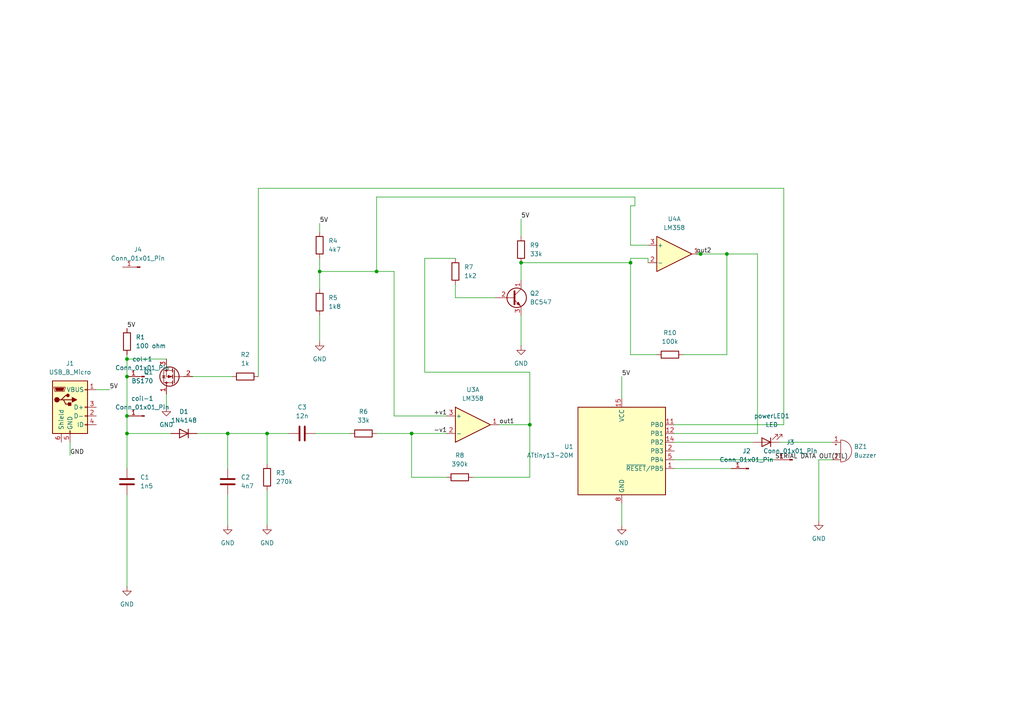
<source format=kicad_sch>
(kicad_sch (version 20231120) (generator "eeschema") (generator_version "8.0")
  (paper "A4")
  (lib_symbols
    (symbol "Amplifier_Operational:LM358" (pin_names (offset 0.127))
      (property "Reference" "U" (at 0 5.08 0))
      (property "Value" "LM358" (at 0 -5.08 0))
      (symbol "LM358_1_1"
        (polyline (pts (xy -5.08 5.08) (xy 5.08 0) (xy -5.08 -5.08) (xy -5.08 5.08)) (stroke (width 0.254)) (fill (type background)))
        (pin output line (at 7.62 0 180) (length 2.54) (name "~") (number "1"))
        (pin input line (at -7.62 -2.54 0) (length 2.54) (name "-") (number "2"))
        (pin input line (at -7.62 2.54 0) (length 2.54) (name "+") (number "3"))
      )
      (symbol "LM358_2_1"
        (polyline (pts (xy -5.08 5.08) (xy 5.08 0) (xy -5.08 -5.08) (xy -5.08 5.08)) (stroke (width 0.254)) (fill (type background)))
        (pin input line (at -7.62 2.54 0) (length 2.54) (name "+") (number "5"))
        (pin input line (at -7.62 -2.54 0) (length 2.54) (name "-") (number "6"))
        (pin output line (at 7.62 0 180) (length 2.54) (name "~") (number "7"))
      )
      (symbol "LM358_3_1"
        (pin power_in line (at -2.54 -7.62 90) (length 3.81) (name "V-") (number "4"))
        (pin power_in line (at -2.54 7.62 270) (length 3.81) (name "V+") (number "8"))
      )
    )
    (symbol "Connector:Conn_01x01_Pin" (pin_names (offset 1.016) hide)
      (property "Reference" "J" (at 0 2.54 0))
      (property "Value" "Conn_01x01_Pin" (at 0 -2.54 0))
      (symbol "Conn_01x01_Pin_1_1"
        (polyline (pts (xy 1.27 0) (xy 0.8636 0)) (stroke (width 0.1524)))
        (rectangle (start 0.8636 0.127) (end 0 -0.127) (stroke (width 0.1524)) (fill (type outline)))
        (pin passive line (at 5.08 0 180) (length 3.81) (name "Pin_1") (number "1"))
      )
    )
    (symbol "Connector:USB_B_Micro" (pin_names (offset 1.016))
      (property "Reference" "J" (at -5.08 11.43 0))
      (property "Value" "USB_B_Micro" (at -5.08 8.89 0))
      (symbol "USB_B_Micro_0_1"
        (rectangle (start -5.08 -7.62) (end 5.08 7.62) (stroke (width 0.254)) (fill (type background)))
        (circle (center -3.81 2.159) (radius 0.635) (stroke (width 0.254)) (fill (type outline)))
        (circle (center -0.635 3.429) (radius 0.381) (stroke (width 0.254)) (fill (type outline)))
        (rectangle (start -0.127 -7.62) (end 0.127 -6.858))
        (polyline (pts (xy -1.905 2.159) (xy 0.635 2.159)) (stroke (width 0.254)))
        (polyline (pts (xy -3.175 2.159) (xy -2.54 2.159) (xy -1.27 3.429) (xy -0.635 3.429)) (stroke (width 0.254)))
        (polyline (pts (xy -2.54 2.159) (xy -1.905 2.159) (xy -1.27 0.889) (xy 0 0.889)) (stroke (width 0.254)))
        (polyline (pts (xy 0.635 2.794) (xy 0.635 1.524) (xy 1.905 2.159) (xy 0.635 2.794)) (stroke (width 0.254)) (fill (type outline)))
        (polyline (pts (xy -4.318 5.588) (xy -1.778 5.588) (xy -2.032 4.826) (xy -4.064 4.826) (xy -4.318 5.588)) (fill (type outline)))
        (polyline (pts (xy -4.699 5.842) (xy -4.699 5.588) (xy -4.445 4.826) (xy -4.445 4.572) (xy -1.651 4.572) (xy -1.651 4.826) (xy -1.397 5.588) (xy -1.397 5.842) (xy -4.699 5.842)))
        (rectangle (start 0.254 1.27) (end -0.508 0.508) (stroke (width 0.254)) (fill (type outline)))
        (rectangle (start 5.08 -5.207) (end 4.318 -4.953))
        (rectangle (start 5.08 -2.667) (end 4.318 -2.413))
        (rectangle (start 5.08 -0.127) (end 4.318 0.127))
        (rectangle (start 5.08 4.953) (end 4.318 5.207))
      )
      (symbol "USB_B_Micro_1_1"
        (pin power_out line (at 7.62 5.08 180) (length 2.54) (name "VBUS") (number "1"))
        (pin bidirectional line (at 7.62 -2.54 180) (length 2.54) (name "D-") (number "2"))
        (pin bidirectional line (at 7.62 0 180) (length 2.54) (name "D+") (number "3"))
        (pin passive line (at 7.62 -5.08 180) (length 2.54) (name "ID") (number "4"))
        (pin power_out line (at 0 -10.16 90) (length 2.54) (name "GND") (number "5"))
        (pin passive line (at -2.54 -10.16 90) (length 2.54) (name "Shield") (number "6"))
      )
    )
    (symbol "Device:Buzzer" (pin_names (offset 0.0254) hide)
      (property "Reference" "BZ" (at 3.81 1.27 0))
      (property "Value" "Buzzer" (at 3.81 -1.27 0))
      (symbol "Buzzer_0_1"
        (arc (start 0 -3.175) (mid 3.1612 0) (end 0 3.175))
        (polyline (pts (xy -1.651 1.905) (xy -1.143 1.905)))
        (polyline (pts (xy -1.397 2.159) (xy -1.397 1.651)))
        (polyline (pts (xy 0 3.175) (xy 0 -3.175)))
      )
      (symbol "Buzzer_1_1"
        (pin passive line (at -2.54 2.54 0) (length 2.54) (name "+") (number "1"))
        (pin passive line (at -2.54 -2.54 0) (length 2.54) (name "-") (number "2"))
      )
    )
    (symbol "Device:C" (pin_numbers hide) (pin_names (offset 0.254))
      (property "Reference" "C" (at 0.635 2.54 0))
      (property "Value" "C" (at 0.635 -2.54 0))
      (symbol "C_0_1"
        (polyline (pts (xy -2.032 -0.762) (xy 2.032 -0.762)) (stroke (width 0.508)))
        (polyline (pts (xy -2.032 0.762) (xy 2.032 0.762)) (stroke (width 0.508)))
      )
      (symbol "C_1_1"
        (pin passive line (at 0 3.81 270) (length 2.794) (name "~") (number "1"))
        (pin passive line (at 0 -3.81 90) (length 2.794) (name "~") (number "2"))
      )
    )
    (symbol "Device:LED" (pin_numbers hide) (pin_names (offset 1.016) hide)
      (property "Reference" "D" (at 0 2.54 0))
      (property "Value" "LED" (at 0 -2.54 0))
      (symbol "LED_0_1"
        (polyline (pts (xy -1.27 -1.27) (xy -1.27 1.27)) (stroke (width 0.254)))
        (polyline (pts (xy -1.27 0) (xy 1.27 0)))
        (polyline (pts (xy 1.27 -1.27) (xy 1.27 1.27) (xy -1.27 0) (xy 1.27 -1.27)) (stroke (width 0.254)))
        (polyline (pts (xy -3.048 -0.762) (xy -4.572 -2.286) (xy -3.81 -2.286) (xy -4.572 -2.286) (xy -4.572 -1.524)))
        (polyline (pts (xy -1.778 -0.762) (xy -3.302 -2.286) (xy -2.54 -2.286) (xy -3.302 -2.286) (xy -3.302 -1.524)))
      )
      (symbol "LED_1_1"
        (pin passive line (at -3.81 0 0) (length 2.54) (name "K") (number "1"))
        (pin passive line (at 3.81 0 180) (length 2.54) (name "A") (number "2"))
      )
    )
    (symbol "Device:R" (pin_numbers hide) (pin_names (offset 0))
      (property "Reference" "R" (at 2.032 0 90))
      (property "Value" "R" (at 0 0 90))
      (symbol "R_0_1"
        (rectangle (start -1.016 -2.54) (end 1.016 2.54) (stroke (width 0.254)))
      )
      (symbol "R_1_1"
        (pin passive line (at 0 3.81 270) (length 1.27) (name "~") (number "1"))
        (pin passive line (at 0 -3.81 90) (length 1.27) (name "~") (number "2"))
      )
    )
    (symbol "Diode:1N4148" (pin_numbers hide) (pin_names hide)
      (property "Reference" "D" (at 0 2.54 0))
      (property "Value" "1N4148" (at 0 -2.54 0))
      (symbol "1N4148_0_1"
        (polyline (pts (xy -1.27 1.27) (xy -1.27 -1.27)) (stroke (width 0.254)))
        (polyline (pts (xy 1.27 0) (xy -1.27 0)))
        (polyline (pts (xy 1.27 1.27) (xy 1.27 -1.27) (xy -1.27 0) (xy 1.27 1.27)) (stroke (width 0.254)))
      )
      (symbol "1N4148_1_1"
        (pin passive line (at -3.81 0 0) (length 2.54) (name "K") (number "1"))
        (pin passive line (at 3.81 0 180) (length 2.54) (name "A") (number "2"))
      )
    )
    (symbol "MCU_Microchip_ATtiny:ATtiny13-20M"
      (property "Reference" "U" (at -12.7 13.97 0))
      (property "Value" "ATtiny13-20M" (at 2.54 -13.97 0))
      (symbol "ATtiny13-20M_0_1"
        (rectangle (start -12.7 -12.7) (end 12.7 12.7) (stroke (width 0.254)) (fill (type background)))
      )
      (symbol "ATtiny13-20M_1_1"
        (pin bidirectional line (at 15.24 -5.08 180) (length 2.54) (name "~{RESET}/PB5") (number "1"))
        (pin no_connect line (at -12.7 -2.54 0) (length 2.54) hide (name "NC") (number "10"))
        (pin bidirectional line (at 15.24 7.62 180) (length 2.54) (name "PB0") (number "11"))
        (pin bidirectional line (at 15.24 5.08 180) (length 2.54) (name "PB1") (number "12"))
        (pin no_connect line (at -12.7 -5.08 0) (length 2.54) hide (name "NC") (number "13"))
        (pin bidirectional line (at 15.24 2.54 180) (length 2.54) (name "PB2") (number "14"))
        (pin power_in line (at 0 15.24 270) (length 2.54) (name "VCC") (number "15"))
        (pin no_connect line (at -12.7 -7.62 0) (length 2.54) hide (name "NC") (number "16"))
        (pin no_connect line (at -12.7 -10.16 0) (length 2.54) hide (name "NC") (number "17"))
        (pin no_connect line (at -7.62 -12.7 90) (length 2.54) hide (name "NC") (number "18"))
        (pin no_connect line (at -5.08 -12.7 90) (length 2.54) hide (name "NC") (number "19"))
        (pin bidirectional line (at 15.24 0 180) (length 2.54) (name "PB3") (number "2"))
        (pin no_connect line (at -2.54 -12.7 90) (length 2.54) hide (name "NC") (number "20"))
        (pin passive line (at 0 -15.24 90) (length 2.54) hide (name "GND") (number "21"))
        (pin no_connect line (at -12.7 10.16 0) (length 2.54) hide (name "NC") (number "3"))
        (pin no_connect line (at -12.7 7.62 0) (length 2.54) hide (name "NC") (number "4"))
        (pin bidirectional line (at 15.24 -2.54 180) (length 2.54) (name "PB4") (number "5"))
        (pin no_connect line (at -12.7 5.08 0) (length 2.54) hide (name "NC") (number "6"))
        (pin no_connect line (at -12.7 2.54 0) (length 2.54) hide (name "NC") (number "7"))
        (pin power_in line (at 0 -15.24 90) (length 2.54) (name "GND") (number "8"))
        (pin no_connect line (at -12.7 0 0) (length 2.54) hide (name "NC") (number "9"))
      )
    )
    (symbol "Transistor_BJT:BC547" (pin_names (offset 0) hide)
      (property "Reference" "Q" (at 5.08 1.905 0))
      (property "Value" "BC547" (at 5.08 0 0))
      (symbol "BC547_0_1"
        (polyline (pts (xy 0 0) (xy 0.635 0)))
        (polyline (pts (xy 0.635 0.635) (xy 2.54 2.54)))
        (polyline (pts (xy 0.635 -0.635) (xy 2.54 -2.54) (xy 2.54 -2.54)))
        (polyline (pts (xy 0.635 1.905) (xy 0.635 -1.905) (xy 0.635 -1.905)) (stroke (width 0.508)))
        (polyline (pts (xy 1.27 -1.778) (xy 1.778 -1.27) (xy 2.286 -2.286) (xy 1.27 -1.778) (xy 1.27 -1.778)) (fill (type outline)))
        (circle (center 1.27 0) (radius 2.8194) (stroke (width 0.254)))
      )
      (symbol "BC547_1_1"
        (pin passive line (at 2.54 5.08 270) (length 2.54) (name "C") (number "1"))
        (pin input line (at -5.08 0 0) (length 5.08) (name "B") (number "2"))
        (pin passive line (at 2.54 -5.08 90) (length 2.54) (name "E") (number "3"))
      )
    )
    (symbol "Transistor_FET:BS170" (pin_names hide)
      (property "Reference" "Q" (at 5.08 1.905 0))
      (property "Value" "BS170" (at 5.08 0 0))
      (symbol "BS170_0_1"
        (polyline (pts (xy 0.254 0) (xy -2.54 0)))
        (polyline (pts (xy 0.254 1.905) (xy 0.254 -1.905)) (stroke (width 0.254)))
        (polyline (pts (xy 0.762 -1.27) (xy 0.762 -2.286)) (stroke (width 0.254)))
        (polyline (pts (xy 0.762 0.508) (xy 0.762 -0.508)) (stroke (width 0.254)))
        (polyline (pts (xy 0.762 2.286) (xy 0.762 1.27)) (stroke (width 0.254)))
        (polyline (pts (xy 2.54 2.54) (xy 2.54 1.778)))
        (polyline (pts (xy 2.54 -2.54) (xy 2.54 0) (xy 0.762 0)))
        (polyline (pts (xy 0.762 -1.778) (xy 3.302 -1.778) (xy 3.302 1.778) (xy 0.762 1.778)))
        (polyline (pts (xy 1.016 0) (xy 2.032 0.381) (xy 2.032 -0.381) (xy 1.016 0)) (fill (type outline)))
        (polyline (pts (xy 2.794 0.508) (xy 2.921 0.381) (xy 3.683 0.381) (xy 3.81 0.254)))
        (polyline (pts (xy 3.302 0.381) (xy 2.921 -0.254) (xy 3.683 -0.254) (xy 3.302 0.381)))
        (circle (center 1.651 0) (radius 2.794) (stroke (width 0.254)))
        (circle (center 2.54 -1.778) (radius 0.254) (fill (type outline)))
        (circle (center 2.54 1.778) (radius 0.254) (fill (type outline)))
      )
      (symbol "BS170_1_1"
        (pin passive line (at 2.54 5.08 270) (length 2.54) (name "D") (number "1"))
        (pin input line (at -5.08 0 0) (length 2.54) (name "G") (number "2"))
        (pin passive line (at 2.54 -5.08 90) (length 2.54) (name "S") (number "3"))
      )
    )
    (symbol "power:GND" (power) (pin_numbers hide) (pin_names (offset 0) hide)
      (property "Value" "GND" (at 0 -3.81 0))
      (symbol "GND_0_1"
        (polyline (pts (xy 0 0) (xy 0 -1.27) (xy 1.27 -1.27) (xy 0 -2.54) (xy -1.27 -1.27) (xy 0 -1.27)))
      )
      (symbol "GND_1_1"
        (pin power_in line (at 0 0 270) (length 0) (name "~") (number "1"))
      )
    )
  )
  (junction (at 119.38 125.73))
  (junction (at 77.47 125.73))
  (junction (at 66.04 125.73))
  (junction (at 182.88 76.2))
  (junction (at 151.13 76.2))
  (junction (at 203.2 73.66))
  (junction (at 92.71 78.74))
  (junction (at 36.83 120.65))
  (junction (at 210.82 73.66))
  (junction (at 36.83 109.22))
  (junction (at 36.83 125.73))
  (junction (at 153.67 123.19))
  (junction (at 36.83 104.14))
  (junction (at 109.22 78.74))
  (wire (pts (xy 153.67 123.19) (xy 144.78 123.19)))
  (wire (pts (xy 184.15 59.69) (xy 182.88 59.69)))
  (wire (pts (xy 36.83 143.51) (xy 36.83 170.18)))
  (wire (pts (xy 74.93 54.61) (xy 227.33 54.61)))
  (wire (pts (xy 109.22 125.73) (xy 119.38 125.73)))
  (wire (pts (xy 237.49 133.35) (xy 241.3 133.35)))
  (wire (pts (xy 151.13 76.2) (xy 182.88 76.2)))
  (wire (pts (xy 109.22 57.15) (xy 109.22 78.74)))
  (wire (pts (xy 237.49 133.35) (xy 237.49 151.13)))
  (wire (pts (xy 227.33 54.61) (xy 227.33 123.19)))
  (wire (pts (xy 83.82 125.73) (xy 77.47 125.73)))
  (wire (pts (xy 182.88 74.93) (xy 182.88 76.2)))
  (wire (pts (xy 182.88 102.87) (xy 190.5 102.87)))
  (wire (pts (xy 132.08 74.93) (xy 123.19 74.93)))
  (wire (pts (xy 36.83 102.87) (xy 36.83 104.14)))
  (wire (pts (xy 129.54 138.43) (xy 119.38 138.43)))
  (wire (pts (xy 74.93 109.22) (xy 74.93 54.61)))
  (wire (pts (xy 92.71 64.77) (xy 92.71 67.31)))
  (wire (pts (xy 119.38 125.73) (xy 129.54 125.73)))
  (wire (pts (xy 36.83 109.22) (xy 36.83 120.65)))
  (wire (pts (xy 226.06 128.27) (xy 241.3 128.27)))
  (wire (pts (xy 92.71 74.93) (xy 92.71 78.74)))
  (wire (pts (xy 91.44 125.73) (xy 101.6 125.73)))
  (wire (pts (xy 36.83 125.73) (xy 36.83 135.89)))
  (wire (pts (xy 92.71 78.74) (xy 92.71 83.82)))
  (wire (pts (xy 180.34 109.22) (xy 180.34 115.57)))
  (wire (pts (xy 66.04 125.73) (xy 66.04 135.89)))
  (wire (pts (xy 109.22 57.15) (xy 184.15 57.15)))
  (wire (pts (xy 195.58 125.73) (xy 219.71 125.73)))
  (wire (pts (xy 182.88 71.12) (xy 187.96 71.12)))
  (wire (pts (xy 195.58 133.35) (xy 224.79 133.35)))
  (wire (pts (xy 66.04 125.73) (xy 77.47 125.73)))
  (wire (pts (xy 195.58 135.89) (xy 212.09 135.89)))
  (wire (pts (xy 219.71 73.66) (xy 210.82 73.66)))
  (wire (pts (xy 198.12 102.87) (xy 210.82 102.87)))
  (wire (pts (xy 57.15 125.73) (xy 66.04 125.73)))
  (wire (pts (xy 114.3 120.65) (xy 129.54 120.65)))
  (wire (pts (xy 182.88 59.69) (xy 182.88 71.12)))
  (wire (pts (xy 55.88 109.22) (xy 67.31 109.22)))
  (wire (pts (xy 137.16 138.43) (xy 153.67 138.43)))
  (wire (pts (xy 182.88 74.93) (xy 187.96 74.93)))
  (wire (pts (xy 66.04 143.51) (xy 66.04 152.4)))
  (wire (pts (xy 77.47 142.24) (xy 77.47 152.4)))
  (wire (pts (xy 184.15 57.15) (xy 184.15 59.69)))
  (wire (pts (xy 132.08 86.36) (xy 143.51 86.36)))
  (wire (pts (xy 123.19 74.93) (xy 123.19 107.95)))
  (wire (pts (xy 153.67 138.43) (xy 153.67 123.19)))
  (wire (pts (xy 195.58 128.27) (xy 218.44 128.27)))
  (wire (pts (xy 187.96 74.93) (xy 187.96 76.2)))
  (wire (pts (xy 151.13 63.5) (xy 151.13 68.58)))
  (wire (pts (xy 92.71 78.74) (xy 109.22 78.74)))
  (wire (pts (xy 77.47 125.73) (xy 77.47 134.62)))
  (wire (pts (xy 153.67 107.95) (xy 153.67 123.19)))
  (wire (pts (xy 36.83 104.14) (xy 36.83 109.22)))
  (wire (pts (xy 36.83 120.65) (xy 36.83 125.73)))
  (wire (pts (xy 48.26 114.3) (xy 48.26 118.11)))
  (wire (pts (xy 203.2 73.66) (xy 210.82 73.66)))
  (wire (pts (xy 109.22 78.74) (xy 114.3 78.74)))
  (wire (pts (xy 92.71 91.44) (xy 92.71 99.06)))
  (wire (pts (xy 227.33 123.19) (xy 195.58 123.19)))
  (wire (pts (xy 49.53 125.73) (xy 36.83 125.73)))
  (wire (pts (xy 132.08 82.55) (xy 132.08 86.36)))
  (wire (pts (xy 151.13 91.44) (xy 151.13 100.33)))
  (wire (pts (xy 210.82 102.87) (xy 210.82 73.66)))
  (wire (pts (xy 182.88 76.2) (xy 182.88 102.87)))
  (wire (pts (xy 20.32 128.27) (xy 20.32 132.08)))
  (wire (pts (xy 36.83 104.14) (xy 48.26 104.14)))
  (wire (pts (xy 114.3 78.74) (xy 114.3 120.65)))
  (wire (pts (xy 180.34 146.05) (xy 180.34 152.4)))
  (wire (pts (xy 119.38 125.73) (xy 119.38 138.43)))
  (wire (pts (xy 27.94 113.03) (xy 31.75 113.03)))
  (wire (pts (xy 151.13 76.2) (xy 151.13 81.28)))
  (wire (pts (xy 123.19 107.95) (xy 153.67 107.95)))
  (wire (pts (xy 219.71 125.73) (xy 219.71 73.66)))
  (wire (pts (xy 201.93 73.66) (xy 203.2 73.66)))
  (label "out2" (at 201.93 73.66 0))
  (label "5V" (at 31.75 113.03 0))
  (label "5V" (at 151.13 63.5 0))
  (label "-v1" (at 125.73 125.73 0))
  (label "out1" (at 144.78 123.19 0))
  (label "SERIAL DATA OUT(TTL)" (at 224.79 133.35 0))
  (label "5V" (at 36.83 95.25 0))
  (label "5V" (at 180.34 109.22 0))
  (label "+v1" (at 125.73 120.65 0))
  (label "GND" (at 20.32 132.08 0))
  (label "5V" (at 92.71 64.77 0))
  (symbol (lib_id "Device:C") (at 87.63 125.73 90) (unit 1)
    (property "Reference" "C3" (at 87.63 118.11 90))
    (property "Value" "12n" (at 87.63 120.65 90))
    (property "Footprint" "Capacitor_SMD:C_0201_0603Metric" (effects (hide yes)))
    (property "Description" "Unpolarized capacitor" (effects (hide yes)))
  )
  (symbol (lib_id "Device:R") (at 132.08 78.74 180) (unit 1)
    (property "Reference" "R7" (at 134.62 77.4699 0) (effects (justify right)))
    (property "Value" "1k2" (at 134.62 80.0099 0) (effects (justify right)))
    (property "Footprint" "Resistor_SMD:R_2512_6332Metric" (effects (hide yes)))
    (property "Description" "Resistor" (effects (hide yes)))
  )
  (symbol (lib_id "Device:R") (at 133.35 138.43 90) (unit 1)
    (property "Reference" "R8" (at 133.35 132.08 90))
    (property "Value" "390k" (at 133.35 134.62 90))
    (property "Footprint" "Resistor_SMD:R_2512_6332Metric" (effects (hide yes)))
    (property "Description" "Resistor" (effects (hide yes)))
  )
  (symbol (lib_id "Device:LED") (at 222.25 128.27 180) (unit 1)
    (property "Reference" "powerLED1" (at 223.8375 120.65 0))
    (property "Value" "LED" (at 223.8375 123.19 0))
    (property "Footprint" "LED_SMD:LED_2512_6332Metric" (effects (hide yes)))
    (property "Description" "Light emitting diode" (effects (hide yes)))
  )
  (symbol (lib_id "power:GND") (at 48.26 118.11 0) (unit 1)
    (property "Reference" "#PWR02" (effects (hide yes)))
    (property "Value" "GND" (at 48.26 123.19 0))
    (property "Description" "Power symbol creates a global label with name \"GND\" , ground" (effects (hide yes)))
  )
  (symbol (lib_id "power:GND") (at 180.34 152.4 0) (unit 1)
    (property "Reference" "#PWR07" (effects (hide yes)))
    (property "Value" "GND" (at 180.34 157.48 0))
    (property "Description" "Power symbol creates a global label with name \"GND\" , ground" (effects (hide yes)))
  )
  (symbol (lib_id "Transistor_BJT:BC547") (at 148.59 86.36 0) (unit 1)
    (property "Reference" "Q2" (at 153.67 85.0899 0) (effects (justify left)))
    (property "Value" "BC547" (at 153.67 87.6299 0) (effects (justify left)))
    (property "Footprint" "Package_TO_SOT_THT:TO-92_Inline" (effects (hide yes)))
    (property "Datasheet" "https://www.onsemi.com/pub/Collateral/BC550-D.pdf" (effects (hide yes)))
    (property "Description" "0.1A Ic, 45V Vce, Small Signal NPN Transistor, TO-92" (effects (hide yes)))
  )
  (symbol (lib_id "Device:C") (at 66.04 139.7 180) (unit 1)
    (property "Reference" "C2" (at 69.85 138.4299 0) (effects (justify right)))
    (property "Value" "4n7" (at 69.85 140.9699 0) (effects (justify right)))
    (property "Footprint" "Capacitor_SMD:C_0201_0603Metric" (effects (hide yes)))
    (property "Description" "Unpolarized capacitor" (effects (hide yes)))
  )
  (symbol (lib_id "Transistor_FET:BS170") (at 50.8 109.22 180) (unit 1)
    (property "Reference" "Q1" (at 44.45 107.9499 0) (effects (justify left)))
    (property "Value" "BS170" (at 44.45 110.4899 0) (effects (justify left)))
    (property "Footprint" "Package_TO_SOT_THT:TO-92_Inline" (effects (hide yes)))
    (property "Datasheet" "https://www.onsemi.com/pub/Collateral/BS170-D.PDF" (effects (hide yes)))
    (property "Description" "0.5A Id, 60V Vds, N-Channel MOSFET, TO-92" (effects (hide yes)))
  )
  (symbol (lib_id "Connector:Conn_01x01_Pin") (at 217.17 135.89 180) (unit 1)
    (property "Reference" "J2" (at 216.535 130.81 0))
    (property "Value" "Conn_01x01_Pin" (at 216.535 133.35 0))
    (property "Footprint" "Connector_PinHeader_1.00mm:PinHeader_1x01_P1.00mm_Vertical" (effects (hide yes)))
    (property "Description" "Generic connector, single row, 01x01, script generated" (effects (hide yes)))
  )
  (symbol (lib_id "Connector:Conn_01x01_Pin") (at 41.91 120.65 180) (unit 1)
    (property "Reference" "coil-1" (at 41.275 115.57 0))
    (property "Value" "Conn_01x01_Pin" (at 41.275 118.11 0))
    (property "Footprint" "Connector_PinHeader_1.00mm:PinHeader_1x01_P1.00mm_Vertical" (effects (hide yes)))
    (property "Description" "Generic connector, single row, 01x01, script generated" (effects (hide yes)))
  )
  (symbol (lib_id "power:GND") (at 77.47 152.4 0) (unit 1)
    (property "Reference" "#PWR04" (effects (hide yes)))
    (property "Value" "GND" (at 77.47 157.48 0))
    (property "Description" "Power symbol creates a global label with name \"GND\" , ground" (effects (hide yes)))
  )
  (symbol (lib_id "power:GND") (at 151.13 100.33 0) (unit 1)
    (property "Reference" "#PWR06" (effects (hide yes)))
    (property "Value" "GND" (at 151.13 105.41 0))
    (property "Description" "Power symbol creates a global label with name \"GND\" , ground" (effects (hide yes)))
  )
  (symbol (lib_id "Device:R") (at 36.83 99.06 180) (unit 1)
    (property "Reference" "R1" (at 39.37 97.7899 0) (effects (justify right)))
    (property "Value" "100 ohm" (at 39.37 100.3299 0) (effects (justify right)))
    (property "Footprint" "Resistor_SMD:R_2512_6332Metric" (effects (hide yes)))
    (property "Description" "Resistor" (effects (hide yes)))
  )
  (symbol (lib_id "Connector:USB_B_Micro") (at 20.32 118.11 0) (unit 1)
    (property "Reference" "J1" (at 20.32 105.41 0))
    (property "Value" "USB_B_Micro" (at 20.32 107.95 0))
    (property "Footprint" "Connector_USB:USB_Micro-B_Amphenol_10103594-0001LF_Horizontal" (effects (hide yes)))
    (property "Description" "USB Micro Type B connector" (effects (hide yes)))
  )
  (symbol (lib_id "Device:R") (at 92.71 87.63 180) (unit 1)
    (property "Reference" "R5" (at 95.25 86.3599 0) (effects (justify right)))
    (property "Value" "1k8" (at 95.25 88.8999 0) (effects (justify right)))
    (property "Footprint" "Resistor_SMD:R_2512_6332Metric" (effects (hide yes)))
    (property "Description" "Resistor" (effects (hide yes)))
  )
  (symbol (lib_id "power:GND") (at 92.71 99.06 0) (unit 1)
    (property "Reference" "#PWR05" (effects (hide yes)))
    (property "Value" "GND" (at 92.71 104.14 0))
    (property "Description" "Power symbol creates a global label with name \"GND\" , ground" (effects (hide yes)))
  )
  (symbol (lib_id "Device:R") (at 194.31 102.87 270) (unit 1)
    (property "Reference" "R10" (at 194.31 96.52 90))
    (property "Value" "100k" (at 194.31 99.06 90))
    (property "Footprint" "Resistor_SMD:R_2512_6332Metric" (effects (hide yes)))
    (property "Description" "Resistor" (effects (hide yes)))
  )
  (symbol (lib_id "Device:R") (at 105.41 125.73 90) (unit 1)
    (property "Reference" "R6" (at 105.41 119.38 90))
    (property "Value" "33k" (at 105.41 121.92 90))
    (property "Footprint" "Resistor_SMD:R_2512_6332Metric" (effects (hide yes)))
    (property "Description" "Resistor" (effects (hide yes)))
  )
  (symbol (lib_id "power:GND") (at 237.49 151.13 0) (unit 1)
    (property "Reference" "#PWR09" (effects (hide yes)))
    (property "Value" "GND" (at 237.49 156.21 0))
    (property "Description" "Power symbol creates a global label with name \"GND\" , ground" (effects (hide yes)))
  )
  (symbol (lib_id "Device:R") (at 151.13 72.39 180) (unit 1)
    (property "Reference" "R9" (at 153.67 71.1199 0) (effects (justify right)))
    (property "Value" "33k" (at 153.67 73.6599 0) (effects (justify right)))
    (property "Footprint" "Resistor_SMD:R_2512_6332Metric" (effects (hide yes)))
    (property "Description" "Resistor" (effects (hide yes)))
  )
  (symbol (lib_id "Amplifier_Operational:LM358") (at 137.16 123.19 0) (unit 1)
    (property "Reference" "U3" (at 137.16 113.03 0))
    (property "Value" "LM358" (at 137.16 115.57 0))
    (property "Footprint" "Package_DIP:DIP-8-16_W7.62mm" (effects (hide yes)))
    (property "Datasheet" "http://www.ti.com/lit/ds/symlink/lm2904-n.pdf" (effects (hide yes)))
    (property "Description" "Low-Power, Dual Operational Amplifiers, DIP-8/SOIC-8/TO-99-8" (effects (hide yes)))
  )
  (symbol (lib_id "MCU_Microchip_ATtiny:ATtiny13-20M") (at 180.34 130.81 0) (unit 1)
    (property "Reference" "U1" (at 166.37 129.5399 0) (effects (justify right)))
    (property "Value" "ATtiny13-20M" (at 166.37 132.0799 0) (effects (justify right)))
    (property "Footprint" "Package_DFN_QFN:QFN-20-1EP_4x4mm_P0.5mm_EP2.6x2.6mm" (effects (hide yes)))
    (property "Datasheet" "http://ww1.microchip.com/downloads/en/DeviceDoc/doc2535.pdf" (effects (hide yes)))
    (property "Description" "20MHz, 1kB Flash, 64B SRAM, 64B EEPROM, debugWIRE, QFN-20" (effects (hide yes)))
  )
  (symbol (lib_id "Amplifier_Operational:LM358") (at 195.58 73.66 0) (unit 1)
    (property "Reference" "U4" (at 195.58 63.5 0))
    (property "Value" "LM358" (at 195.58 66.04 0))
    (property "Footprint" "Package_DIP:DIP-8-16_W7.62mm" (effects (hide yes)))
    (property "Datasheet" "http://www.ti.com/lit/ds/symlink/lm2904-n.pdf" (effects (hide yes)))
    (property "Description" "Low-Power, Dual Operational Amplifiers, DIP-8/SOIC-8/TO-99-8" (effects (hide yes)))
  )
  (symbol (lib_id "Device:Buzzer") (at 243.84 130.81 0) (unit 1)
    (property "Reference" "BZ1" (at 247.65 129.5399 0) (effects (justify left)))
    (property "Value" "Buzzer" (at 247.65 132.0799 0) (effects (justify left)))
    (property "Footprint" "Buzzer_Beeper:Buzzer_TDK_PS1240P02BT_D12.2mm_H6.5mm" (effects (hide yes)))
    (property "Description" "Buzzer, polarized" (effects (hide yes)))
  )
  (symbol (lib_id "Connector:Conn_01x01_Pin") (at 229.87 133.35 180) (unit 1)
    (property "Reference" "J3" (at 229.235 128.27 0))
    (property "Value" "Conn_01x01_Pin" (at 229.235 130.81 0))
    (property "Footprint" "Connector_PinHeader_1.00mm:PinHeader_1x01_P1.00mm_Vertical" (effects (hide yes)))
    (property "Description" "Generic connector, single row, 01x01, script generated" (effects (hide yes)))
  )
  (symbol (lib_id "power:GND") (at 66.04 152.4 0) (unit 1)
    (property "Reference" "#PWR03" (effects (hide yes)))
    (property "Value" "GND" (at 66.04 157.48 0))
    (property "Description" "Power symbol creates a global label with name \"GND\" , ground" (effects (hide yes)))
  )
  (symbol (lib_id "Device:C") (at 36.83 139.7 180) (unit 1)
    (property "Reference" "C1" (at 40.64 138.4299 0) (effects (justify right)))
    (property "Value" "1n5" (at 40.64 140.9699 0) (effects (justify right)))
    (property "Footprint" "Capacitor_SMD:C_0201_0603Metric" (effects (hide yes)))
    (property "Description" "Unpolarized capacitor" (effects (hide yes)))
  )
  (symbol (lib_id "Device:R") (at 71.12 109.22 270) (unit 1)
    (property "Reference" "R2" (at 71.12 102.87 90))
    (property "Value" "1k" (at 71.12 105.41 90))
    (property "Footprint" "Resistor_SMD:R_2512_6332Metric" (effects (hide yes)))
    (property "Description" "Resistor" (effects (hide yes)))
  )
  (symbol (lib_id "Device:R") (at 77.47 138.43 180) (unit 1)
    (property "Reference" "R3" (at 80.01 137.1599 0) (effects (justify right)))
    (property "Value" "270k" (at 80.01 139.6999 0) (effects (justify right)))
    (property "Footprint" "Resistor_SMD:R_2512_6332Metric" (effects (hide yes)))
    (property "Description" "Resistor" (effects (hide yes)))
  )
  (symbol (lib_id "Diode:1N4148") (at 53.34 125.73 180) (unit 1)
    (property "Reference" "D1" (at 53.34 119.38 0))
    (property "Value" "1N4148" (at 53.34 121.92 0))
    (property "Footprint" "Diode_THT:D_DO-35_SOD27_P7.62mm_Horizontal" (effects (hide yes)))
    (property "Datasheet" "https://assets.nexperia.com/documents/data-sheet/1N4148_1N4448.pdf" (effects (hide yes)))
    (property "Description" "100V 0.15A standard switching diode, DO-35" (effects (hide yes)))
    (property "Sim.Device" "D" (effects (hide yes)))
    (property "Sim.Pins" "1=K 2=A" (effects (hide yes)))
  )
  (symbol (lib_id "Connector:Conn_01x01_Pin") (at 41.91 109.22 180) (unit 1)
    (property "Reference" "col+1" (at 41.275 104.14 0))
    (property "Value" "Conn_01x01_Pin" (at 41.275 106.68 0))
    (property "Footprint" "Connector_PinHeader_1.00mm:PinHeader_1x01_P1.00mm_Vertical" (effects (hide yes)))
    (property "Description" "Generic connector, single row, 01x01, script generated" (effects (hide yes)))
  )
  (symbol (lib_id "Connector:Conn_01x01_Pin") (at 40.64 77.47 180) (unit 1)
    (property "Reference" "J4" (at 40.005 72.39 0))
    (property "Value" "Conn_01x01_Pin" (at 40.005 74.93 0))
    (property "Footprint" "Connector_PinHeader_1.00mm:PinHeader_1x01_P1.00mm_Vertical" (effects (hide yes)))
    (property "Description" "Generic connector, single row, 01x01, script generated" (effects (hide yes)))
  )
  (symbol (lib_id "Device:R") (at 92.71 71.12 180) (unit 1)
    (property "Reference" "R4" (at 95.25 69.8499 0) (effects (justify right)))
    (property "Value" "4k7" (at 95.25 72.3899 0) (effects (justify right)))
    (property "Footprint" "Resistor_SMD:R_2512_6332Metric" (effects (hide yes)))
    (property "Description" "Resistor" (effects (hide yes)))
  )
  (symbol (lib_id "power:GND") (at 36.83 170.18 0) (unit 1)
    (property "Reference" "#PWR011" (effects (hide yes)))
    (property "Value" "GND" (at 36.83 175.26 0))
    (property "Description" "Power symbol creates a global label with name \"GND\" , ground" (effects (hide yes)))
  )
)
</source>
